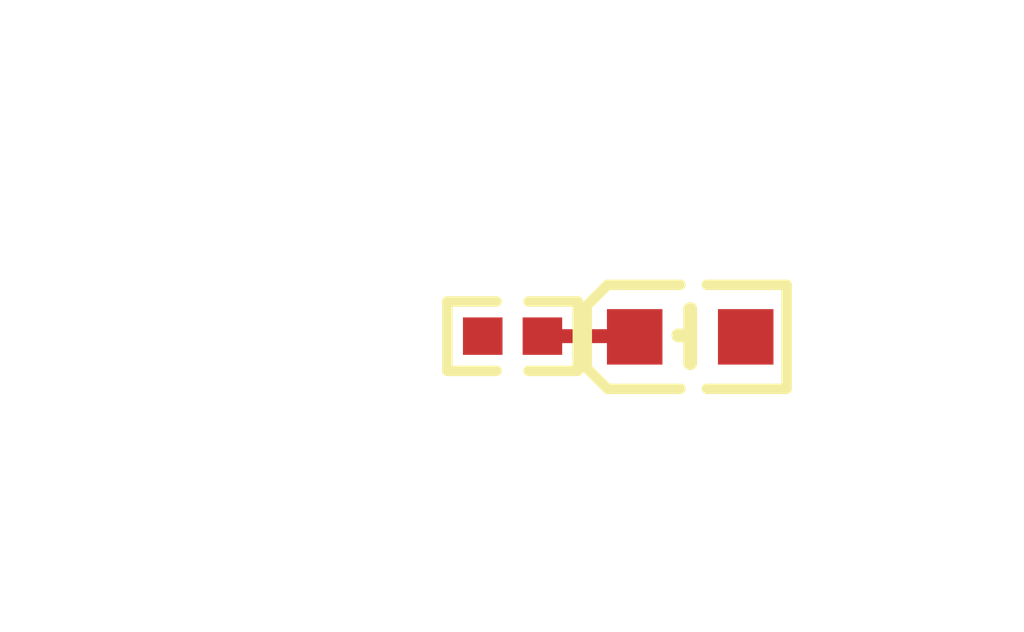
<source format=kicad_pcb>
(kicad_pcb (version 20241229) (generator "pcbnew") (generator_version "9.0")
  (layers (0 "F.Cu" signal) (2 "B.Cu" signal) (13 "F.Paste" user) (15 "B.Paste" user) (5 "F.SilkS" user "F.Silkscreen") (7 "B.SilkS" user "B.Silkscreen") (1 "F.Mask" user) (3 "B.Mask" user) (25 "Edge.Cuts" user))
  (net 0 "")
  (net 1 "GND")
  (net 2 "cathode")
  (net 3 "anode")
  (footprint "UNI_ROYAL_0402WGF1002TCE:R0402" (layer "F.Cu") (at 160.86 86.38 180)
    (property "Reference" "R1" (hide yes))
    (property "Value" "10kΩ ±1% 62.5mW")
    (fp_line (start -0.23 0.5) (end -0.94 0.5) (stroke (width 0.15)) (layer "F.SilkS"))
    (fp_line (start -0.94 0.5) (end -0.94 -0.5) (stroke (width 0.15)) (layer "F.SilkS"))
    (fp_line (start -0.94 -0.5) (end -0.23 -0.5) (stroke (width 0.15)) (layer "F.SilkS"))
    (fp_line (start 0.23 0.5) (end 0.94 0.5) (stroke (width 0.15)) (layer "F.SilkS"))
    (fp_line (start 0.94 0.5) (end 0.94 -0.5) (stroke (width 0.15)) (layer "F.SilkS"))
    (fp_line (start 0.94 -0.5) (end 0.23 -0.5) (stroke (width 0.15)) (layer "F.SilkS"))
    (pad "2" smd rect (at 0.43 0 180) (size 0.57 0.54) (layers "F.Cu" "F.Paste" "F.Mask") (net 1 "GND"))
    (pad "1" smd rect (at -0.43 0 180) (size 0.57 0.54) (layers "F.Cu" "F.Paste" "F.Mask") (net 2 "cathode"))
  )
  (footprint "Hubei_KENTO_Elec_KT_0603W:LED0603-R-RD_WHITE" (layer "F.Cu") (at 163.42 86.39 0)
    (property "Reference" "LED1" (hide yes))
    (property "Value" "")
    (fp_line (start 0 0.38) (end 0 -0.4) (stroke (width 0.2)) (layer "F.SilkS"))
    (fp_line (start -0.14 -0.75) (end -1.19 -0.75) (stroke (width 0.15)) (layer "F.SilkS"))
    (fp_line (start -1.49 -0.35) (end -1.49 -0.45) (stroke (width 0.15)) (layer "F.SilkS"))
    (fp_line (start -1.49 -0.45) (end -1.19 -0.75) (stroke (width 0.15)) (layer "F.SilkS"))
    (fp_line (start -1.49 -0.35) (end -1.49 0.35) (stroke (width 0.15)) (layer "F.SilkS"))
    (fp_line (start -1.49 0.35) (end -1.49 0.45) (stroke (width 0.15)) (layer "F.SilkS"))
    (fp_line (start -1.49 0.45) (end -1.19 0.75) (stroke (width 0.15)) (layer "F.SilkS"))
    (fp_line (start -0.14 0.75) (end -1.19 0.75) (stroke (width 0.15)) (layer "F.SilkS"))
    (fp_line (start 0.24 0.75) (end 1.39 0.75) (stroke (width 0.15)) (layer "F.SilkS"))
    (fp_line (start 1.39 -0.75) (end 1.39 0.73) (stroke (width 0.15)) (layer "F.SilkS"))
    (fp_line (start 0.24 -0.75) (end 1.39 -0.75) (stroke (width 0.15)) (layer "F.SilkS"))
    (fp_line (start 0 -0.02) (end -0.17 -0.02) (stroke (width 0.2)) (layer "F.SilkS"))
    (pad "2" smd rect (at -0.8 0 90) (size 0.8 0.8) (layers "F.Cu" "F.Paste" "F.Mask") (net 2 "cathode"))
    (pad "1" smd rect (at 0.8 0 90) (size 0.8 0.8) (layers "F.Cu" "F.Paste" "F.Mask") (net 3 "anode"))
  )
  (segment (start 162.61 86.38) (end 162.62 86.39) (width 0.2) (net 2) (layer "F.Cu"))
  (segment (start 161.29 86.38) (end 162.61 86.38) (width 0.2) (net 2) (layer "F.Cu"))
)
</source>
